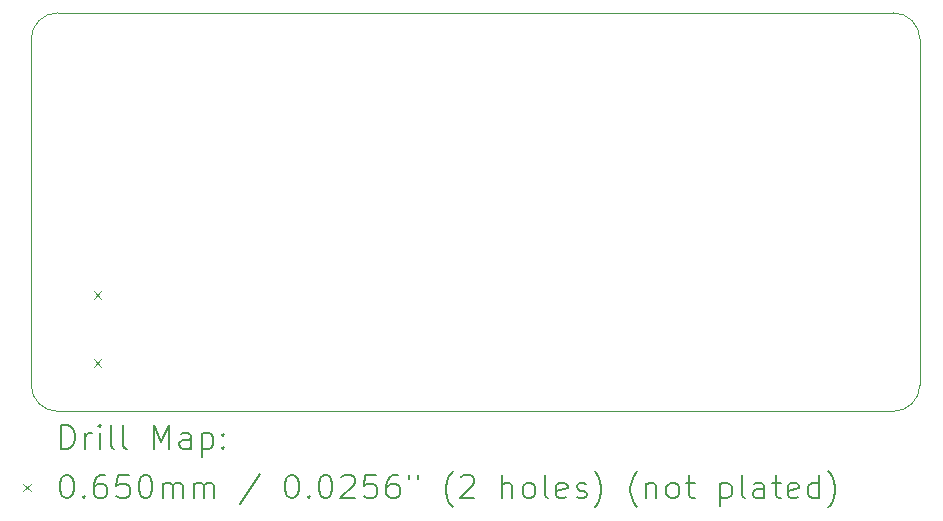
<source format=gbr>
%TF.GenerationSoftware,KiCad,Pcbnew,7.0.7-7.0.7~ubuntu22.04.1*%
%TF.CreationDate,2024-01-12T16:25:41+05:30*%
%TF.ProjectId,24-ch-relay-driver-kicad,32342d63-682d-4726-956c-61792d647269,1.1.0*%
%TF.SameCoordinates,Original*%
%TF.FileFunction,Drillmap*%
%TF.FilePolarity,Positive*%
%FSLAX45Y45*%
G04 Gerber Fmt 4.5, Leading zero omitted, Abs format (unit mm)*
G04 Created by KiCad (PCBNEW 7.0.7-7.0.7~ubuntu22.04.1) date 2024-01-12 16:25:41*
%MOMM*%
%LPD*%
G01*
G04 APERTURE LIST*
%ADD10C,0.100000*%
%ADD11C,0.200000*%
%ADD12C,0.065000*%
G04 APERTURE END LIST*
D10*
X18700000Y-10375000D02*
X11625000Y-10375000D01*
X11625000Y-7000000D02*
X18700000Y-7000000D01*
X18925000Y-7225000D02*
G75*
G03*
X18700000Y-7000000I-225000J0D01*
G01*
X11400000Y-10150000D02*
X11400000Y-7225000D01*
X18700000Y-10375000D02*
G75*
G03*
X18925000Y-10150000I0J225000D01*
G01*
X18925000Y-7225000D02*
X18925000Y-10150000D01*
X11625000Y-7000000D02*
G75*
G03*
X11400000Y-7225000I0J-225000D01*
G01*
X11400000Y-10150000D02*
G75*
G03*
X11625000Y-10375000I225000J0D01*
G01*
D11*
D12*
X11928700Y-9355900D02*
X11993700Y-9420900D01*
X11993700Y-9355900D02*
X11928700Y-9420900D01*
X11928700Y-9933900D02*
X11993700Y-9998900D01*
X11993700Y-9933900D02*
X11928700Y-9998900D01*
D11*
X11655777Y-10691484D02*
X11655777Y-10491484D01*
X11655777Y-10491484D02*
X11703396Y-10491484D01*
X11703396Y-10491484D02*
X11731967Y-10501008D01*
X11731967Y-10501008D02*
X11751015Y-10520055D01*
X11751015Y-10520055D02*
X11760539Y-10539103D01*
X11760539Y-10539103D02*
X11770062Y-10577198D01*
X11770062Y-10577198D02*
X11770062Y-10605770D01*
X11770062Y-10605770D02*
X11760539Y-10643865D01*
X11760539Y-10643865D02*
X11751015Y-10662912D01*
X11751015Y-10662912D02*
X11731967Y-10681960D01*
X11731967Y-10681960D02*
X11703396Y-10691484D01*
X11703396Y-10691484D02*
X11655777Y-10691484D01*
X11855777Y-10691484D02*
X11855777Y-10558150D01*
X11855777Y-10596246D02*
X11865301Y-10577198D01*
X11865301Y-10577198D02*
X11874824Y-10567674D01*
X11874824Y-10567674D02*
X11893872Y-10558150D01*
X11893872Y-10558150D02*
X11912920Y-10558150D01*
X11979586Y-10691484D02*
X11979586Y-10558150D01*
X11979586Y-10491484D02*
X11970062Y-10501008D01*
X11970062Y-10501008D02*
X11979586Y-10510531D01*
X11979586Y-10510531D02*
X11989110Y-10501008D01*
X11989110Y-10501008D02*
X11979586Y-10491484D01*
X11979586Y-10491484D02*
X11979586Y-10510531D01*
X12103396Y-10691484D02*
X12084348Y-10681960D01*
X12084348Y-10681960D02*
X12074824Y-10662912D01*
X12074824Y-10662912D02*
X12074824Y-10491484D01*
X12208158Y-10691484D02*
X12189110Y-10681960D01*
X12189110Y-10681960D02*
X12179586Y-10662912D01*
X12179586Y-10662912D02*
X12179586Y-10491484D01*
X12436729Y-10691484D02*
X12436729Y-10491484D01*
X12436729Y-10491484D02*
X12503396Y-10634341D01*
X12503396Y-10634341D02*
X12570062Y-10491484D01*
X12570062Y-10491484D02*
X12570062Y-10691484D01*
X12751015Y-10691484D02*
X12751015Y-10586722D01*
X12751015Y-10586722D02*
X12741491Y-10567674D01*
X12741491Y-10567674D02*
X12722443Y-10558150D01*
X12722443Y-10558150D02*
X12684348Y-10558150D01*
X12684348Y-10558150D02*
X12665301Y-10567674D01*
X12751015Y-10681960D02*
X12731967Y-10691484D01*
X12731967Y-10691484D02*
X12684348Y-10691484D01*
X12684348Y-10691484D02*
X12665301Y-10681960D01*
X12665301Y-10681960D02*
X12655777Y-10662912D01*
X12655777Y-10662912D02*
X12655777Y-10643865D01*
X12655777Y-10643865D02*
X12665301Y-10624817D01*
X12665301Y-10624817D02*
X12684348Y-10615293D01*
X12684348Y-10615293D02*
X12731967Y-10615293D01*
X12731967Y-10615293D02*
X12751015Y-10605770D01*
X12846253Y-10558150D02*
X12846253Y-10758150D01*
X12846253Y-10567674D02*
X12865301Y-10558150D01*
X12865301Y-10558150D02*
X12903396Y-10558150D01*
X12903396Y-10558150D02*
X12922443Y-10567674D01*
X12922443Y-10567674D02*
X12931967Y-10577198D01*
X12931967Y-10577198D02*
X12941491Y-10596246D01*
X12941491Y-10596246D02*
X12941491Y-10653389D01*
X12941491Y-10653389D02*
X12931967Y-10672436D01*
X12931967Y-10672436D02*
X12922443Y-10681960D01*
X12922443Y-10681960D02*
X12903396Y-10691484D01*
X12903396Y-10691484D02*
X12865301Y-10691484D01*
X12865301Y-10691484D02*
X12846253Y-10681960D01*
X13027205Y-10672436D02*
X13036729Y-10681960D01*
X13036729Y-10681960D02*
X13027205Y-10691484D01*
X13027205Y-10691484D02*
X13017682Y-10681960D01*
X13017682Y-10681960D02*
X13027205Y-10672436D01*
X13027205Y-10672436D02*
X13027205Y-10691484D01*
X13027205Y-10567674D02*
X13036729Y-10577198D01*
X13036729Y-10577198D02*
X13027205Y-10586722D01*
X13027205Y-10586722D02*
X13017682Y-10577198D01*
X13017682Y-10577198D02*
X13027205Y-10567674D01*
X13027205Y-10567674D02*
X13027205Y-10586722D01*
D12*
X11330000Y-10987500D02*
X11395000Y-11052500D01*
X11395000Y-10987500D02*
X11330000Y-11052500D01*
D11*
X11693872Y-10911484D02*
X11712920Y-10911484D01*
X11712920Y-10911484D02*
X11731967Y-10921008D01*
X11731967Y-10921008D02*
X11741491Y-10930531D01*
X11741491Y-10930531D02*
X11751015Y-10949579D01*
X11751015Y-10949579D02*
X11760539Y-10987674D01*
X11760539Y-10987674D02*
X11760539Y-11035293D01*
X11760539Y-11035293D02*
X11751015Y-11073389D01*
X11751015Y-11073389D02*
X11741491Y-11092436D01*
X11741491Y-11092436D02*
X11731967Y-11101960D01*
X11731967Y-11101960D02*
X11712920Y-11111484D01*
X11712920Y-11111484D02*
X11693872Y-11111484D01*
X11693872Y-11111484D02*
X11674824Y-11101960D01*
X11674824Y-11101960D02*
X11665301Y-11092436D01*
X11665301Y-11092436D02*
X11655777Y-11073389D01*
X11655777Y-11073389D02*
X11646253Y-11035293D01*
X11646253Y-11035293D02*
X11646253Y-10987674D01*
X11646253Y-10987674D02*
X11655777Y-10949579D01*
X11655777Y-10949579D02*
X11665301Y-10930531D01*
X11665301Y-10930531D02*
X11674824Y-10921008D01*
X11674824Y-10921008D02*
X11693872Y-10911484D01*
X11846253Y-11092436D02*
X11855777Y-11101960D01*
X11855777Y-11101960D02*
X11846253Y-11111484D01*
X11846253Y-11111484D02*
X11836729Y-11101960D01*
X11836729Y-11101960D02*
X11846253Y-11092436D01*
X11846253Y-11092436D02*
X11846253Y-11111484D01*
X12027205Y-10911484D02*
X11989110Y-10911484D01*
X11989110Y-10911484D02*
X11970062Y-10921008D01*
X11970062Y-10921008D02*
X11960539Y-10930531D01*
X11960539Y-10930531D02*
X11941491Y-10959103D01*
X11941491Y-10959103D02*
X11931967Y-10997198D01*
X11931967Y-10997198D02*
X11931967Y-11073389D01*
X11931967Y-11073389D02*
X11941491Y-11092436D01*
X11941491Y-11092436D02*
X11951015Y-11101960D01*
X11951015Y-11101960D02*
X11970062Y-11111484D01*
X11970062Y-11111484D02*
X12008158Y-11111484D01*
X12008158Y-11111484D02*
X12027205Y-11101960D01*
X12027205Y-11101960D02*
X12036729Y-11092436D01*
X12036729Y-11092436D02*
X12046253Y-11073389D01*
X12046253Y-11073389D02*
X12046253Y-11025770D01*
X12046253Y-11025770D02*
X12036729Y-11006722D01*
X12036729Y-11006722D02*
X12027205Y-10997198D01*
X12027205Y-10997198D02*
X12008158Y-10987674D01*
X12008158Y-10987674D02*
X11970062Y-10987674D01*
X11970062Y-10987674D02*
X11951015Y-10997198D01*
X11951015Y-10997198D02*
X11941491Y-11006722D01*
X11941491Y-11006722D02*
X11931967Y-11025770D01*
X12227205Y-10911484D02*
X12131967Y-10911484D01*
X12131967Y-10911484D02*
X12122443Y-11006722D01*
X12122443Y-11006722D02*
X12131967Y-10997198D01*
X12131967Y-10997198D02*
X12151015Y-10987674D01*
X12151015Y-10987674D02*
X12198634Y-10987674D01*
X12198634Y-10987674D02*
X12217682Y-10997198D01*
X12217682Y-10997198D02*
X12227205Y-11006722D01*
X12227205Y-11006722D02*
X12236729Y-11025770D01*
X12236729Y-11025770D02*
X12236729Y-11073389D01*
X12236729Y-11073389D02*
X12227205Y-11092436D01*
X12227205Y-11092436D02*
X12217682Y-11101960D01*
X12217682Y-11101960D02*
X12198634Y-11111484D01*
X12198634Y-11111484D02*
X12151015Y-11111484D01*
X12151015Y-11111484D02*
X12131967Y-11101960D01*
X12131967Y-11101960D02*
X12122443Y-11092436D01*
X12360539Y-10911484D02*
X12379586Y-10911484D01*
X12379586Y-10911484D02*
X12398634Y-10921008D01*
X12398634Y-10921008D02*
X12408158Y-10930531D01*
X12408158Y-10930531D02*
X12417682Y-10949579D01*
X12417682Y-10949579D02*
X12427205Y-10987674D01*
X12427205Y-10987674D02*
X12427205Y-11035293D01*
X12427205Y-11035293D02*
X12417682Y-11073389D01*
X12417682Y-11073389D02*
X12408158Y-11092436D01*
X12408158Y-11092436D02*
X12398634Y-11101960D01*
X12398634Y-11101960D02*
X12379586Y-11111484D01*
X12379586Y-11111484D02*
X12360539Y-11111484D01*
X12360539Y-11111484D02*
X12341491Y-11101960D01*
X12341491Y-11101960D02*
X12331967Y-11092436D01*
X12331967Y-11092436D02*
X12322443Y-11073389D01*
X12322443Y-11073389D02*
X12312920Y-11035293D01*
X12312920Y-11035293D02*
X12312920Y-10987674D01*
X12312920Y-10987674D02*
X12322443Y-10949579D01*
X12322443Y-10949579D02*
X12331967Y-10930531D01*
X12331967Y-10930531D02*
X12341491Y-10921008D01*
X12341491Y-10921008D02*
X12360539Y-10911484D01*
X12512920Y-11111484D02*
X12512920Y-10978150D01*
X12512920Y-10997198D02*
X12522443Y-10987674D01*
X12522443Y-10987674D02*
X12541491Y-10978150D01*
X12541491Y-10978150D02*
X12570063Y-10978150D01*
X12570063Y-10978150D02*
X12589110Y-10987674D01*
X12589110Y-10987674D02*
X12598634Y-11006722D01*
X12598634Y-11006722D02*
X12598634Y-11111484D01*
X12598634Y-11006722D02*
X12608158Y-10987674D01*
X12608158Y-10987674D02*
X12627205Y-10978150D01*
X12627205Y-10978150D02*
X12655777Y-10978150D01*
X12655777Y-10978150D02*
X12674824Y-10987674D01*
X12674824Y-10987674D02*
X12684348Y-11006722D01*
X12684348Y-11006722D02*
X12684348Y-11111484D01*
X12779586Y-11111484D02*
X12779586Y-10978150D01*
X12779586Y-10997198D02*
X12789110Y-10987674D01*
X12789110Y-10987674D02*
X12808158Y-10978150D01*
X12808158Y-10978150D02*
X12836729Y-10978150D01*
X12836729Y-10978150D02*
X12855777Y-10987674D01*
X12855777Y-10987674D02*
X12865301Y-11006722D01*
X12865301Y-11006722D02*
X12865301Y-11111484D01*
X12865301Y-11006722D02*
X12874824Y-10987674D01*
X12874824Y-10987674D02*
X12893872Y-10978150D01*
X12893872Y-10978150D02*
X12922443Y-10978150D01*
X12922443Y-10978150D02*
X12941491Y-10987674D01*
X12941491Y-10987674D02*
X12951015Y-11006722D01*
X12951015Y-11006722D02*
X12951015Y-11111484D01*
X13341491Y-10901960D02*
X13170063Y-11159103D01*
X13598634Y-10911484D02*
X13617682Y-10911484D01*
X13617682Y-10911484D02*
X13636729Y-10921008D01*
X13636729Y-10921008D02*
X13646253Y-10930531D01*
X13646253Y-10930531D02*
X13655777Y-10949579D01*
X13655777Y-10949579D02*
X13665301Y-10987674D01*
X13665301Y-10987674D02*
X13665301Y-11035293D01*
X13665301Y-11035293D02*
X13655777Y-11073389D01*
X13655777Y-11073389D02*
X13646253Y-11092436D01*
X13646253Y-11092436D02*
X13636729Y-11101960D01*
X13636729Y-11101960D02*
X13617682Y-11111484D01*
X13617682Y-11111484D02*
X13598634Y-11111484D01*
X13598634Y-11111484D02*
X13579586Y-11101960D01*
X13579586Y-11101960D02*
X13570063Y-11092436D01*
X13570063Y-11092436D02*
X13560539Y-11073389D01*
X13560539Y-11073389D02*
X13551015Y-11035293D01*
X13551015Y-11035293D02*
X13551015Y-10987674D01*
X13551015Y-10987674D02*
X13560539Y-10949579D01*
X13560539Y-10949579D02*
X13570063Y-10930531D01*
X13570063Y-10930531D02*
X13579586Y-10921008D01*
X13579586Y-10921008D02*
X13598634Y-10911484D01*
X13751015Y-11092436D02*
X13760539Y-11101960D01*
X13760539Y-11101960D02*
X13751015Y-11111484D01*
X13751015Y-11111484D02*
X13741491Y-11101960D01*
X13741491Y-11101960D02*
X13751015Y-11092436D01*
X13751015Y-11092436D02*
X13751015Y-11111484D01*
X13884348Y-10911484D02*
X13903396Y-10911484D01*
X13903396Y-10911484D02*
X13922444Y-10921008D01*
X13922444Y-10921008D02*
X13931967Y-10930531D01*
X13931967Y-10930531D02*
X13941491Y-10949579D01*
X13941491Y-10949579D02*
X13951015Y-10987674D01*
X13951015Y-10987674D02*
X13951015Y-11035293D01*
X13951015Y-11035293D02*
X13941491Y-11073389D01*
X13941491Y-11073389D02*
X13931967Y-11092436D01*
X13931967Y-11092436D02*
X13922444Y-11101960D01*
X13922444Y-11101960D02*
X13903396Y-11111484D01*
X13903396Y-11111484D02*
X13884348Y-11111484D01*
X13884348Y-11111484D02*
X13865301Y-11101960D01*
X13865301Y-11101960D02*
X13855777Y-11092436D01*
X13855777Y-11092436D02*
X13846253Y-11073389D01*
X13846253Y-11073389D02*
X13836729Y-11035293D01*
X13836729Y-11035293D02*
X13836729Y-10987674D01*
X13836729Y-10987674D02*
X13846253Y-10949579D01*
X13846253Y-10949579D02*
X13855777Y-10930531D01*
X13855777Y-10930531D02*
X13865301Y-10921008D01*
X13865301Y-10921008D02*
X13884348Y-10911484D01*
X14027206Y-10930531D02*
X14036729Y-10921008D01*
X14036729Y-10921008D02*
X14055777Y-10911484D01*
X14055777Y-10911484D02*
X14103396Y-10911484D01*
X14103396Y-10911484D02*
X14122444Y-10921008D01*
X14122444Y-10921008D02*
X14131967Y-10930531D01*
X14131967Y-10930531D02*
X14141491Y-10949579D01*
X14141491Y-10949579D02*
X14141491Y-10968627D01*
X14141491Y-10968627D02*
X14131967Y-10997198D01*
X14131967Y-10997198D02*
X14017682Y-11111484D01*
X14017682Y-11111484D02*
X14141491Y-11111484D01*
X14322444Y-10911484D02*
X14227206Y-10911484D01*
X14227206Y-10911484D02*
X14217682Y-11006722D01*
X14217682Y-11006722D02*
X14227206Y-10997198D01*
X14227206Y-10997198D02*
X14246253Y-10987674D01*
X14246253Y-10987674D02*
X14293872Y-10987674D01*
X14293872Y-10987674D02*
X14312920Y-10997198D01*
X14312920Y-10997198D02*
X14322444Y-11006722D01*
X14322444Y-11006722D02*
X14331967Y-11025770D01*
X14331967Y-11025770D02*
X14331967Y-11073389D01*
X14331967Y-11073389D02*
X14322444Y-11092436D01*
X14322444Y-11092436D02*
X14312920Y-11101960D01*
X14312920Y-11101960D02*
X14293872Y-11111484D01*
X14293872Y-11111484D02*
X14246253Y-11111484D01*
X14246253Y-11111484D02*
X14227206Y-11101960D01*
X14227206Y-11101960D02*
X14217682Y-11092436D01*
X14503396Y-10911484D02*
X14465301Y-10911484D01*
X14465301Y-10911484D02*
X14446253Y-10921008D01*
X14446253Y-10921008D02*
X14436729Y-10930531D01*
X14436729Y-10930531D02*
X14417682Y-10959103D01*
X14417682Y-10959103D02*
X14408158Y-10997198D01*
X14408158Y-10997198D02*
X14408158Y-11073389D01*
X14408158Y-11073389D02*
X14417682Y-11092436D01*
X14417682Y-11092436D02*
X14427206Y-11101960D01*
X14427206Y-11101960D02*
X14446253Y-11111484D01*
X14446253Y-11111484D02*
X14484348Y-11111484D01*
X14484348Y-11111484D02*
X14503396Y-11101960D01*
X14503396Y-11101960D02*
X14512920Y-11092436D01*
X14512920Y-11092436D02*
X14522444Y-11073389D01*
X14522444Y-11073389D02*
X14522444Y-11025770D01*
X14522444Y-11025770D02*
X14512920Y-11006722D01*
X14512920Y-11006722D02*
X14503396Y-10997198D01*
X14503396Y-10997198D02*
X14484348Y-10987674D01*
X14484348Y-10987674D02*
X14446253Y-10987674D01*
X14446253Y-10987674D02*
X14427206Y-10997198D01*
X14427206Y-10997198D02*
X14417682Y-11006722D01*
X14417682Y-11006722D02*
X14408158Y-11025770D01*
X14598634Y-10911484D02*
X14598634Y-10949579D01*
X14674825Y-10911484D02*
X14674825Y-10949579D01*
X14970063Y-11187674D02*
X14960539Y-11178150D01*
X14960539Y-11178150D02*
X14941491Y-11149579D01*
X14941491Y-11149579D02*
X14931968Y-11130531D01*
X14931968Y-11130531D02*
X14922444Y-11101960D01*
X14922444Y-11101960D02*
X14912920Y-11054341D01*
X14912920Y-11054341D02*
X14912920Y-11016246D01*
X14912920Y-11016246D02*
X14922444Y-10968627D01*
X14922444Y-10968627D02*
X14931968Y-10940055D01*
X14931968Y-10940055D02*
X14941491Y-10921008D01*
X14941491Y-10921008D02*
X14960539Y-10892436D01*
X14960539Y-10892436D02*
X14970063Y-10882912D01*
X15036729Y-10930531D02*
X15046253Y-10921008D01*
X15046253Y-10921008D02*
X15065301Y-10911484D01*
X15065301Y-10911484D02*
X15112920Y-10911484D01*
X15112920Y-10911484D02*
X15131968Y-10921008D01*
X15131968Y-10921008D02*
X15141491Y-10930531D01*
X15141491Y-10930531D02*
X15151015Y-10949579D01*
X15151015Y-10949579D02*
X15151015Y-10968627D01*
X15151015Y-10968627D02*
X15141491Y-10997198D01*
X15141491Y-10997198D02*
X15027206Y-11111484D01*
X15027206Y-11111484D02*
X15151015Y-11111484D01*
X15389110Y-11111484D02*
X15389110Y-10911484D01*
X15474825Y-11111484D02*
X15474825Y-11006722D01*
X15474825Y-11006722D02*
X15465301Y-10987674D01*
X15465301Y-10987674D02*
X15446253Y-10978150D01*
X15446253Y-10978150D02*
X15417682Y-10978150D01*
X15417682Y-10978150D02*
X15398634Y-10987674D01*
X15398634Y-10987674D02*
X15389110Y-10997198D01*
X15598634Y-11111484D02*
X15579587Y-11101960D01*
X15579587Y-11101960D02*
X15570063Y-11092436D01*
X15570063Y-11092436D02*
X15560539Y-11073389D01*
X15560539Y-11073389D02*
X15560539Y-11016246D01*
X15560539Y-11016246D02*
X15570063Y-10997198D01*
X15570063Y-10997198D02*
X15579587Y-10987674D01*
X15579587Y-10987674D02*
X15598634Y-10978150D01*
X15598634Y-10978150D02*
X15627206Y-10978150D01*
X15627206Y-10978150D02*
X15646253Y-10987674D01*
X15646253Y-10987674D02*
X15655777Y-10997198D01*
X15655777Y-10997198D02*
X15665301Y-11016246D01*
X15665301Y-11016246D02*
X15665301Y-11073389D01*
X15665301Y-11073389D02*
X15655777Y-11092436D01*
X15655777Y-11092436D02*
X15646253Y-11101960D01*
X15646253Y-11101960D02*
X15627206Y-11111484D01*
X15627206Y-11111484D02*
X15598634Y-11111484D01*
X15779587Y-11111484D02*
X15760539Y-11101960D01*
X15760539Y-11101960D02*
X15751015Y-11082912D01*
X15751015Y-11082912D02*
X15751015Y-10911484D01*
X15931968Y-11101960D02*
X15912920Y-11111484D01*
X15912920Y-11111484D02*
X15874825Y-11111484D01*
X15874825Y-11111484D02*
X15855777Y-11101960D01*
X15855777Y-11101960D02*
X15846253Y-11082912D01*
X15846253Y-11082912D02*
X15846253Y-11006722D01*
X15846253Y-11006722D02*
X15855777Y-10987674D01*
X15855777Y-10987674D02*
X15874825Y-10978150D01*
X15874825Y-10978150D02*
X15912920Y-10978150D01*
X15912920Y-10978150D02*
X15931968Y-10987674D01*
X15931968Y-10987674D02*
X15941491Y-11006722D01*
X15941491Y-11006722D02*
X15941491Y-11025770D01*
X15941491Y-11025770D02*
X15846253Y-11044817D01*
X16017682Y-11101960D02*
X16036730Y-11111484D01*
X16036730Y-11111484D02*
X16074825Y-11111484D01*
X16074825Y-11111484D02*
X16093872Y-11101960D01*
X16093872Y-11101960D02*
X16103396Y-11082912D01*
X16103396Y-11082912D02*
X16103396Y-11073389D01*
X16103396Y-11073389D02*
X16093872Y-11054341D01*
X16093872Y-11054341D02*
X16074825Y-11044817D01*
X16074825Y-11044817D02*
X16046253Y-11044817D01*
X16046253Y-11044817D02*
X16027206Y-11035293D01*
X16027206Y-11035293D02*
X16017682Y-11016246D01*
X16017682Y-11016246D02*
X16017682Y-11006722D01*
X16017682Y-11006722D02*
X16027206Y-10987674D01*
X16027206Y-10987674D02*
X16046253Y-10978150D01*
X16046253Y-10978150D02*
X16074825Y-10978150D01*
X16074825Y-10978150D02*
X16093872Y-10987674D01*
X16170063Y-11187674D02*
X16179587Y-11178150D01*
X16179587Y-11178150D02*
X16198634Y-11149579D01*
X16198634Y-11149579D02*
X16208158Y-11130531D01*
X16208158Y-11130531D02*
X16217682Y-11101960D01*
X16217682Y-11101960D02*
X16227206Y-11054341D01*
X16227206Y-11054341D02*
X16227206Y-11016246D01*
X16227206Y-11016246D02*
X16217682Y-10968627D01*
X16217682Y-10968627D02*
X16208158Y-10940055D01*
X16208158Y-10940055D02*
X16198634Y-10921008D01*
X16198634Y-10921008D02*
X16179587Y-10892436D01*
X16179587Y-10892436D02*
X16170063Y-10882912D01*
X16531968Y-11187674D02*
X16522444Y-11178150D01*
X16522444Y-11178150D02*
X16503396Y-11149579D01*
X16503396Y-11149579D02*
X16493872Y-11130531D01*
X16493872Y-11130531D02*
X16484349Y-11101960D01*
X16484349Y-11101960D02*
X16474825Y-11054341D01*
X16474825Y-11054341D02*
X16474825Y-11016246D01*
X16474825Y-11016246D02*
X16484349Y-10968627D01*
X16484349Y-10968627D02*
X16493872Y-10940055D01*
X16493872Y-10940055D02*
X16503396Y-10921008D01*
X16503396Y-10921008D02*
X16522444Y-10892436D01*
X16522444Y-10892436D02*
X16531968Y-10882912D01*
X16608158Y-10978150D02*
X16608158Y-11111484D01*
X16608158Y-10997198D02*
X16617682Y-10987674D01*
X16617682Y-10987674D02*
X16636730Y-10978150D01*
X16636730Y-10978150D02*
X16665301Y-10978150D01*
X16665301Y-10978150D02*
X16684349Y-10987674D01*
X16684349Y-10987674D02*
X16693872Y-11006722D01*
X16693872Y-11006722D02*
X16693872Y-11111484D01*
X16817682Y-11111484D02*
X16798634Y-11101960D01*
X16798634Y-11101960D02*
X16789111Y-11092436D01*
X16789111Y-11092436D02*
X16779587Y-11073389D01*
X16779587Y-11073389D02*
X16779587Y-11016246D01*
X16779587Y-11016246D02*
X16789111Y-10997198D01*
X16789111Y-10997198D02*
X16798634Y-10987674D01*
X16798634Y-10987674D02*
X16817682Y-10978150D01*
X16817682Y-10978150D02*
X16846254Y-10978150D01*
X16846254Y-10978150D02*
X16865301Y-10987674D01*
X16865301Y-10987674D02*
X16874825Y-10997198D01*
X16874825Y-10997198D02*
X16884349Y-11016246D01*
X16884349Y-11016246D02*
X16884349Y-11073389D01*
X16884349Y-11073389D02*
X16874825Y-11092436D01*
X16874825Y-11092436D02*
X16865301Y-11101960D01*
X16865301Y-11101960D02*
X16846254Y-11111484D01*
X16846254Y-11111484D02*
X16817682Y-11111484D01*
X16941492Y-10978150D02*
X17017682Y-10978150D01*
X16970063Y-10911484D02*
X16970063Y-11082912D01*
X16970063Y-11082912D02*
X16979587Y-11101960D01*
X16979587Y-11101960D02*
X16998634Y-11111484D01*
X16998634Y-11111484D02*
X17017682Y-11111484D01*
X17236730Y-10978150D02*
X17236730Y-11178150D01*
X17236730Y-10987674D02*
X17255777Y-10978150D01*
X17255777Y-10978150D02*
X17293873Y-10978150D01*
X17293873Y-10978150D02*
X17312920Y-10987674D01*
X17312920Y-10987674D02*
X17322444Y-10997198D01*
X17322444Y-10997198D02*
X17331968Y-11016246D01*
X17331968Y-11016246D02*
X17331968Y-11073389D01*
X17331968Y-11073389D02*
X17322444Y-11092436D01*
X17322444Y-11092436D02*
X17312920Y-11101960D01*
X17312920Y-11101960D02*
X17293873Y-11111484D01*
X17293873Y-11111484D02*
X17255777Y-11111484D01*
X17255777Y-11111484D02*
X17236730Y-11101960D01*
X17446254Y-11111484D02*
X17427206Y-11101960D01*
X17427206Y-11101960D02*
X17417682Y-11082912D01*
X17417682Y-11082912D02*
X17417682Y-10911484D01*
X17608158Y-11111484D02*
X17608158Y-11006722D01*
X17608158Y-11006722D02*
X17598635Y-10987674D01*
X17598635Y-10987674D02*
X17579587Y-10978150D01*
X17579587Y-10978150D02*
X17541492Y-10978150D01*
X17541492Y-10978150D02*
X17522444Y-10987674D01*
X17608158Y-11101960D02*
X17589111Y-11111484D01*
X17589111Y-11111484D02*
X17541492Y-11111484D01*
X17541492Y-11111484D02*
X17522444Y-11101960D01*
X17522444Y-11101960D02*
X17512920Y-11082912D01*
X17512920Y-11082912D02*
X17512920Y-11063865D01*
X17512920Y-11063865D02*
X17522444Y-11044817D01*
X17522444Y-11044817D02*
X17541492Y-11035293D01*
X17541492Y-11035293D02*
X17589111Y-11035293D01*
X17589111Y-11035293D02*
X17608158Y-11025770D01*
X17674825Y-10978150D02*
X17751015Y-10978150D01*
X17703396Y-10911484D02*
X17703396Y-11082912D01*
X17703396Y-11082912D02*
X17712920Y-11101960D01*
X17712920Y-11101960D02*
X17731968Y-11111484D01*
X17731968Y-11111484D02*
X17751015Y-11111484D01*
X17893873Y-11101960D02*
X17874825Y-11111484D01*
X17874825Y-11111484D02*
X17836730Y-11111484D01*
X17836730Y-11111484D02*
X17817682Y-11101960D01*
X17817682Y-11101960D02*
X17808158Y-11082912D01*
X17808158Y-11082912D02*
X17808158Y-11006722D01*
X17808158Y-11006722D02*
X17817682Y-10987674D01*
X17817682Y-10987674D02*
X17836730Y-10978150D01*
X17836730Y-10978150D02*
X17874825Y-10978150D01*
X17874825Y-10978150D02*
X17893873Y-10987674D01*
X17893873Y-10987674D02*
X17903396Y-11006722D01*
X17903396Y-11006722D02*
X17903396Y-11025770D01*
X17903396Y-11025770D02*
X17808158Y-11044817D01*
X18074825Y-11111484D02*
X18074825Y-10911484D01*
X18074825Y-11101960D02*
X18055777Y-11111484D01*
X18055777Y-11111484D02*
X18017682Y-11111484D01*
X18017682Y-11111484D02*
X17998635Y-11101960D01*
X17998635Y-11101960D02*
X17989111Y-11092436D01*
X17989111Y-11092436D02*
X17979587Y-11073389D01*
X17979587Y-11073389D02*
X17979587Y-11016246D01*
X17979587Y-11016246D02*
X17989111Y-10997198D01*
X17989111Y-10997198D02*
X17998635Y-10987674D01*
X17998635Y-10987674D02*
X18017682Y-10978150D01*
X18017682Y-10978150D02*
X18055777Y-10978150D01*
X18055777Y-10978150D02*
X18074825Y-10987674D01*
X18151016Y-11187674D02*
X18160539Y-11178150D01*
X18160539Y-11178150D02*
X18179587Y-11149579D01*
X18179587Y-11149579D02*
X18189111Y-11130531D01*
X18189111Y-11130531D02*
X18198635Y-11101960D01*
X18198635Y-11101960D02*
X18208158Y-11054341D01*
X18208158Y-11054341D02*
X18208158Y-11016246D01*
X18208158Y-11016246D02*
X18198635Y-10968627D01*
X18198635Y-10968627D02*
X18189111Y-10940055D01*
X18189111Y-10940055D02*
X18179587Y-10921008D01*
X18179587Y-10921008D02*
X18160539Y-10892436D01*
X18160539Y-10892436D02*
X18151016Y-10882912D01*
M02*

</source>
